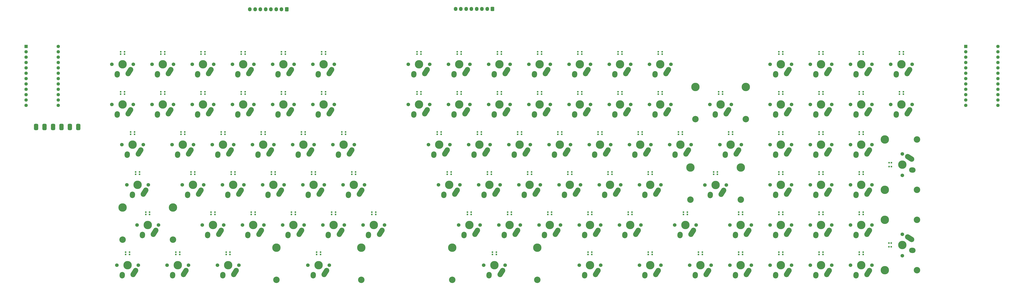
<source format=gts>
%TF.GenerationSoftware,KiCad,Pcbnew,6.0.11-2627ca5db0~126~ubuntu22.04.1*%
%TF.CreationDate,2023-11-06T21:31:54+01:00*%
%TF.ProjectId,pcb,7063622e-6b69-4636-9164-5f7063625858,rev?*%
%TF.SameCoordinates,Original*%
%TF.FileFunction,Soldermask,Top*%
%TF.FilePolarity,Negative*%
%FSLAX46Y46*%
G04 Gerber Fmt 4.6, Leading zero omitted, Abs format (unit mm)*
G04 Created by KiCad (PCBNEW 6.0.11-2627ca5db0~126~ubuntu22.04.1) date 2023-11-06 21:31:54*
%MOMM*%
%LPD*%
G01*
G04 APERTURE LIST*
G04 Aperture macros list*
%AMRoundRect*
0 Rectangle with rounded corners*
0 $1 Rounding radius*
0 $2 $3 $4 $5 $6 $7 $8 $9 X,Y pos of 4 corners*
0 Add a 4 corners polygon primitive as box body*
4,1,4,$2,$3,$4,$5,$6,$7,$8,$9,$2,$3,0*
0 Add four circle primitives for the rounded corners*
1,1,$1+$1,$2,$3*
1,1,$1+$1,$4,$5*
1,1,$1+$1,$6,$7*
1,1,$1+$1,$8,$9*
0 Add four rect primitives between the rounded corners*
20,1,$1+$1,$2,$3,$4,$5,0*
20,1,$1+$1,$4,$5,$6,$7,0*
20,1,$1+$1,$6,$7,$8,$9,0*
20,1,$1+$1,$8,$9,$2,$3,0*%
%AMHorizOval*
0 Thick line with rounded ends*
0 $1 width*
0 $2 $3 position (X,Y) of the first rounded end (center of the circle)*
0 $4 $5 position (X,Y) of the second rounded end (center of the circle)*
0 Add line between two ends*
20,1,$1,$2,$3,$4,$5,0*
0 Add two circle primitives to create the rounded ends*
1,1,$1,$2,$3*
1,1,$1,$4,$5*%
G04 Aperture macros list end*
%ADD10C,3.987800*%
%ADD11C,1.701800*%
%ADD12HorizOval,2.500000X0.604462X0.948815X-0.604462X-0.948815X0*%
%ADD13HorizOval,2.500000X0.019724X0.289328X-0.019724X-0.289328X0*%
%ADD14R,0.700000X0.700000*%
%ADD15C,3.048000*%
%ADD16HorizOval,2.500000X-0.948815X0.604462X0.948815X-0.604462X0*%
%ADD17HorizOval,2.500000X-0.289328X0.019724X0.289328X-0.019724X0*%
%ADD18RoundRect,0.250000X0.600000X0.725000X-0.600000X0.725000X-0.600000X-0.725000X0.600000X-0.725000X0*%
%ADD19O,1.700000X1.950000*%
%ADD20RoundRect,0.500000X-0.500000X-1.000000X0.500000X-1.000000X0.500000X1.000000X-0.500000X1.000000X0*%
%ADD21R,1.600000X1.600000*%
%ADD22C,1.600000*%
G04 APERTURE END LIST*
D10*
%TO.C,K80*%
X197643800Y-363537800D03*
D11*
X192563800Y-363537800D03*
X202723800Y-363537800D03*
D12*
X200898800Y-367057800D03*
D13*
X195123800Y-368327800D03*
%TD*%
D10*
%TO.C,K4*%
X90487500Y-287356550D03*
D11*
X85407500Y-287356550D03*
X95567500Y-287356550D03*
D12*
X93742500Y-290876550D03*
D13*
X87967500Y-292146550D03*
%TD*%
D14*
%TO.C,LED32*%
X58616250Y-377550000D03*
X60446250Y-377550000D03*
X60446250Y-376450000D03*
X58616250Y-376450000D03*
%TD*%
D15*
%TO.C,K75*%
X302387050Y-351556500D03*
D10*
X302387050Y-336316500D03*
D11*
X319405050Y-344571500D03*
D10*
X314325050Y-344571500D03*
D15*
X326263050Y-351556500D03*
D10*
X326263050Y-336316500D03*
D11*
X309245050Y-344571500D03*
D12*
X317580050Y-348091500D03*
D13*
X311805050Y-349361500D03*
%TD*%
D11*
%TO.C,K17*%
X113982500Y-325456550D03*
D10*
X119062500Y-325456550D03*
D11*
X124142500Y-325456550D03*
D12*
X122317500Y-328976550D03*
D13*
X116542500Y-330246550D03*
%TD*%
D11*
%TO.C,K96*%
X369411300Y-382587800D03*
X359251300Y-382587800D03*
D10*
X364331300Y-382587800D03*
D12*
X367586300Y-386107800D03*
D13*
X361811300Y-387377800D03*
%TD*%
D10*
%TO.C,K76*%
X345281300Y-344487800D03*
D11*
X350361300Y-344487800D03*
X340201300Y-344487800D03*
D12*
X348536300Y-348007800D03*
D13*
X342761300Y-349277800D03*
%TD*%
D11*
%TO.C,K8*%
X57467500Y-306406550D03*
X47307500Y-306406550D03*
D10*
X52387500Y-306406550D03*
D12*
X55642500Y-309926550D03*
D13*
X49867500Y-311196550D03*
%TD*%
D14*
%TO.C,LED43*%
X365246300Y-281450000D03*
X363416300Y-281450000D03*
X363416300Y-282550000D03*
X365246300Y-282550000D03*
%TD*%
%TO.C,LED62*%
X260471300Y-319450000D03*
X258641300Y-319450000D03*
X258641300Y-320550000D03*
X260471300Y-320550000D03*
%TD*%
%TO.C,LED14*%
X60997500Y-320550000D03*
X62827500Y-320550000D03*
X62827500Y-319450000D03*
X60997500Y-319450000D03*
%TD*%
D11*
%TO.C,K70*%
X212248800Y-344487800D03*
X202088800Y-344487800D03*
D10*
X207168800Y-344487800D03*
D12*
X210423800Y-348007800D03*
D13*
X204648800Y-349277800D03*
%TD*%
D11*
%TO.C,K93*%
X312261300Y-382587800D03*
D10*
X307181300Y-382587800D03*
D11*
X302101300Y-382587800D03*
D12*
X310436300Y-386107800D03*
D13*
X304661300Y-387377800D03*
%TD*%
D11*
%TO.C,K78*%
X388461300Y-344487800D03*
X378301300Y-344487800D03*
D10*
X383381300Y-344487800D03*
D12*
X386636300Y-348007800D03*
D13*
X380861300Y-349277800D03*
%TD*%
D14*
%TO.C,LED79*%
X397702900Y-335873773D03*
X397702900Y-334043773D03*
X396602900Y-334043773D03*
X396602900Y-335873773D03*
%TD*%
D11*
%TO.C,K92*%
X278288800Y-382587800D03*
D10*
X283368800Y-382587800D03*
D11*
X288448800Y-382587800D03*
D12*
X286623800Y-386107800D03*
D13*
X280848800Y-387377800D03*
%TD*%
D11*
%TO.C,K35*%
X178911300Y-287337800D03*
D10*
X173831300Y-287337800D03*
D11*
X168751300Y-287337800D03*
D12*
X177086300Y-290857800D03*
D13*
X171311300Y-292127800D03*
%TD*%
D14*
%TO.C,LED23*%
X122910000Y-339550000D03*
X124740000Y-339550000D03*
X124740000Y-338450000D03*
X122910000Y-338450000D03*
%TD*%
D11*
%TO.C,K98*%
X402818650Y-367982800D03*
D10*
X394563650Y-385000800D03*
X394563650Y-361124800D03*
D15*
X409803650Y-361124800D03*
X409803650Y-385000800D03*
D11*
X402818650Y-378142800D03*
D10*
X402818650Y-373062800D03*
D16*
X406338650Y-369807800D03*
D17*
X407608650Y-375582800D03*
%TD*%
D11*
%TO.C,K88*%
X359251300Y-363537800D03*
X369411300Y-363537800D03*
D10*
X364331300Y-363537800D03*
D12*
X367586300Y-367057800D03*
D13*
X361811300Y-368327800D03*
%TD*%
D14*
%TO.C,LED51*%
X268166300Y-301550000D03*
X269996300Y-301550000D03*
X269996300Y-300450000D03*
X268166300Y-300450000D03*
%TD*%
%TO.C,LED54*%
X344366300Y-301550000D03*
X346196300Y-301550000D03*
X346196300Y-300450000D03*
X344366300Y-300450000D03*
%TD*%
D11*
%TO.C,K94*%
X331311300Y-382587800D03*
D10*
X326231300Y-382587800D03*
D11*
X321151300Y-382587800D03*
D12*
X329486300Y-386107800D03*
D13*
X323711300Y-387377800D03*
%TD*%
D11*
%TO.C,K54*%
X340201300Y-306387800D03*
D10*
X345281300Y-306387800D03*
D11*
X350361300Y-306387800D03*
D12*
X348536300Y-309907800D03*
D13*
X342761300Y-311177800D03*
%TD*%
D14*
%TO.C,LED26*%
X75285000Y-358550000D03*
X77115000Y-358550000D03*
X77115000Y-357450000D03*
X75285000Y-357450000D03*
%TD*%
%TO.C,LED40*%
X269996300Y-281450000D03*
X268166300Y-281450000D03*
X268166300Y-282550000D03*
X269996300Y-282550000D03*
%TD*%
%TO.C,LED45*%
X403346300Y-281450000D03*
X401516300Y-281450000D03*
X401516300Y-282550000D03*
X403346300Y-282550000D03*
%TD*%
D10*
%TO.C,K16*%
X100012500Y-325456550D03*
D11*
X94932500Y-325456550D03*
X105092500Y-325456550D03*
D12*
X103267500Y-328976550D03*
D13*
X97492500Y-330246550D03*
%TD*%
D14*
%TO.C,LED65*%
X322383800Y-319450000D03*
X320553800Y-319450000D03*
X320553800Y-320550000D03*
X322383800Y-320550000D03*
%TD*%
D10*
%TO.C,K10*%
X90487500Y-306406550D03*
D11*
X85407500Y-306406550D03*
X95567500Y-306406550D03*
D12*
X93742500Y-309926550D03*
D13*
X87967500Y-311196550D03*
%TD*%
D11*
%TO.C,K12*%
X123507500Y-306406550D03*
D10*
X128587500Y-306406550D03*
D11*
X133667500Y-306406550D03*
D12*
X131842500Y-309926550D03*
D13*
X126067500Y-311196550D03*
%TD*%
D10*
%TO.C,K37*%
X211931300Y-287337800D03*
D11*
X217011300Y-287337800D03*
X206851300Y-287337800D03*
D12*
X215186300Y-290857800D03*
D13*
X209411300Y-292127800D03*
%TD*%
D14*
%TO.C,LED15*%
X80047500Y-320550000D03*
X81877500Y-320550000D03*
X81877500Y-319450000D03*
X80047500Y-319450000D03*
%TD*%
D11*
%TO.C,K9*%
X76517500Y-306406550D03*
D10*
X71437500Y-306406550D03*
D11*
X66357500Y-306406550D03*
D12*
X74692500Y-309926550D03*
D13*
X68917500Y-311196550D03*
%TD*%
D14*
%TO.C,LED67*%
X365246300Y-319450000D03*
X363416300Y-319450000D03*
X363416300Y-320550000D03*
X365246300Y-320550000D03*
%TD*%
D10*
%TO.C,K19*%
X40481250Y-344506550D03*
D11*
X35401250Y-344506550D03*
X45561250Y-344506550D03*
D12*
X43736250Y-348026550D03*
D13*
X37961250Y-349296550D03*
%TD*%
D11*
%TO.C,K85*%
X294957550Y-363537800D03*
X305117550Y-363537800D03*
D10*
X300037550Y-363537800D03*
D12*
X303292550Y-367057800D03*
D13*
X297517550Y-368327800D03*
%TD*%
D14*
%TO.C,LED33*%
X82428750Y-377550000D03*
X84258750Y-377550000D03*
X84258750Y-376450000D03*
X82428750Y-376450000D03*
%TD*%
D11*
%TO.C,K33*%
X88423750Y-382606550D03*
D10*
X83343750Y-382606550D03*
D11*
X78263750Y-382606550D03*
D12*
X86598750Y-386126550D03*
D13*
X80823750Y-387396550D03*
%TD*%
D10*
%TO.C,K86*%
X326231300Y-363537800D03*
D11*
X331311300Y-363537800D03*
X321151300Y-363537800D03*
D12*
X329486300Y-367057800D03*
D13*
X323711300Y-368327800D03*
%TD*%
D11*
%TO.C,K95*%
X340201300Y-382587800D03*
X350361300Y-382587800D03*
D10*
X345281300Y-382587800D03*
D12*
X348536300Y-386107800D03*
D13*
X342761300Y-387377800D03*
%TD*%
D11*
%TO.C,K42*%
X340201300Y-287337800D03*
X350361300Y-287337800D03*
D10*
X345281300Y-287337800D03*
D12*
X348536300Y-290857800D03*
D13*
X342761300Y-292127800D03*
%TD*%
D14*
%TO.C,LED12*%
X127672500Y-301550000D03*
X129502500Y-301550000D03*
X129502500Y-300450000D03*
X127672500Y-300450000D03*
%TD*%
%TO.C,LED53*%
X315791300Y-301550000D03*
X317621300Y-301550000D03*
X317621300Y-300450000D03*
X315791300Y-300450000D03*
%TD*%
%TO.C,LED96*%
X363416300Y-377550000D03*
X365246300Y-377550000D03*
X365246300Y-376450000D03*
X363416300Y-376450000D03*
%TD*%
%TO.C,LED46*%
X172916300Y-301550000D03*
X174746300Y-301550000D03*
X174746300Y-300450000D03*
X172916300Y-300450000D03*
%TD*%
D11*
%TO.C,K30*%
X157480000Y-363556550D03*
D10*
X152400000Y-363556550D03*
D11*
X147320000Y-363556550D03*
D12*
X155655000Y-367076550D03*
D13*
X149880000Y-368346550D03*
%TD*%
D14*
%TO.C,LED69*%
X187203800Y-339550000D03*
X189033800Y-339550000D03*
X189033800Y-338450000D03*
X187203800Y-338450000D03*
%TD*%
%TO.C,LED1*%
X32422500Y-282550000D03*
X34252500Y-282550000D03*
X34252500Y-281450000D03*
X32422500Y-281450000D03*
%TD*%
%TO.C,LED3*%
X70522500Y-282550000D03*
X72352500Y-282550000D03*
X72352500Y-281450000D03*
X70522500Y-281450000D03*
%TD*%
%TO.C,LED20*%
X65760000Y-339550000D03*
X67590000Y-339550000D03*
X67590000Y-338450000D03*
X65760000Y-338450000D03*
%TD*%
D11*
%TO.C,K46*%
X178911300Y-306387800D03*
D10*
X173831300Y-306387800D03*
D11*
X168751300Y-306387800D03*
D12*
X177086300Y-309907800D03*
D13*
X171311300Y-311177800D03*
%TD*%
D11*
%TO.C,K5*%
X114617500Y-287356550D03*
D10*
X109537500Y-287356550D03*
D11*
X104457500Y-287356550D03*
D12*
X112792500Y-290876550D03*
D13*
X107017500Y-292146550D03*
%TD*%
D14*
%TO.C,LED80*%
X198558800Y-357450000D03*
X196728800Y-357450000D03*
X196728800Y-358550000D03*
X198558800Y-358550000D03*
%TD*%
D10*
%TO.C,K21*%
X85725000Y-344506550D03*
D11*
X80645000Y-344506550D03*
X90805000Y-344506550D03*
D12*
X88980000Y-348026550D03*
D13*
X83205000Y-349296550D03*
%TD*%
D11*
%TO.C,K28*%
X119380000Y-363556550D03*
D10*
X114300000Y-363556550D03*
D11*
X109220000Y-363556550D03*
D12*
X117555000Y-367076550D03*
D13*
X111780000Y-368346550D03*
%TD*%
D10*
%TO.C,K51*%
X269081300Y-306387800D03*
D11*
X274161300Y-306387800D03*
X264001300Y-306387800D03*
D12*
X272336300Y-309907800D03*
D13*
X266561300Y-311177800D03*
%TD*%
D18*
%TO.C,J1*%
X111137500Y-261262500D03*
D19*
X108637500Y-261262500D03*
X106137500Y-261262500D03*
X103637500Y-261262500D03*
X101137500Y-261262500D03*
X98637500Y-261262500D03*
X96137500Y-261262500D03*
X93637500Y-261262500D03*
%TD*%
D14*
%TO.C,LED11*%
X108622500Y-301550000D03*
X110452500Y-301550000D03*
X110452500Y-300450000D03*
X108622500Y-300450000D03*
%TD*%
%TO.C,LED49*%
X230066300Y-301550000D03*
X231896300Y-301550000D03*
X231896300Y-300450000D03*
X230066300Y-300450000D03*
%TD*%
D11*
%TO.C,K62*%
X264636300Y-325437800D03*
D10*
X259556300Y-325437800D03*
D11*
X254476300Y-325437800D03*
D12*
X262811300Y-328957800D03*
D13*
X257036300Y-330227800D03*
%TD*%
D11*
%TO.C,K72*%
X250348800Y-344487800D03*
D10*
X245268800Y-344487800D03*
D11*
X240188800Y-344487800D03*
D12*
X248523800Y-348007800D03*
D13*
X242748800Y-349277800D03*
%TD*%
D20*
%TO.C,FS1*%
X-7618750Y-317087500D03*
X-3618750Y-317087500D03*
X381250Y-317087500D03*
X4381250Y-317087500D03*
X8381250Y-317087500D03*
X12381250Y-317087500D03*
%TD*%
D11*
%TO.C,K49*%
X236061300Y-306387800D03*
D10*
X230981300Y-306387800D03*
D11*
X225901300Y-306387800D03*
D12*
X234236300Y-309907800D03*
D13*
X228461300Y-311177800D03*
%TD*%
D10*
%TO.C,K60*%
X221456300Y-325437800D03*
D11*
X226536300Y-325437800D03*
X216376300Y-325437800D03*
D12*
X224711300Y-328957800D03*
D13*
X218936300Y-330227800D03*
%TD*%
D14*
%TO.C,LED25*%
X44328750Y-358550000D03*
X46158750Y-358550000D03*
X46158750Y-357450000D03*
X44328750Y-357450000D03*
%TD*%
%TO.C,LED29*%
X132435000Y-358550000D03*
X134265000Y-358550000D03*
X134265000Y-357450000D03*
X132435000Y-357450000D03*
%TD*%
%TO.C,LED98*%
X397550000Y-373915000D03*
X397550000Y-372085000D03*
X396450000Y-372085000D03*
X396450000Y-373915000D03*
%TD*%
%TO.C,LED47*%
X191966300Y-301550000D03*
X193796300Y-301550000D03*
X193796300Y-300450000D03*
X191966300Y-300450000D03*
%TD*%
D10*
%TO.C,K71*%
X226218800Y-344487800D03*
D11*
X221138800Y-344487800D03*
X231298800Y-344487800D03*
D12*
X229473800Y-348007800D03*
D13*
X223698800Y-349277800D03*
%TD*%
D10*
%TO.C,K13*%
X38100000Y-325456550D03*
D11*
X43180000Y-325456550D03*
X33020000Y-325456550D03*
D12*
X41355000Y-328976550D03*
D13*
X35580000Y-330246550D03*
%TD*%
D11*
%TO.C,K50*%
X255111300Y-306387800D03*
X244951300Y-306387800D03*
D10*
X250031300Y-306387800D03*
D12*
X253286300Y-309907800D03*
D13*
X247511300Y-311177800D03*
%TD*%
D10*
%TO.C,K53*%
X316706300Y-306387800D03*
X304768300Y-298132800D03*
D15*
X304768300Y-313372800D03*
D10*
X328644300Y-298132800D03*
D11*
X321786300Y-306387800D03*
D15*
X328644300Y-313372800D03*
D11*
X311626300Y-306387800D03*
D12*
X319961300Y-309907800D03*
D13*
X314186300Y-311177800D03*
%TD*%
D21*
%TO.C,U2*%
X432911300Y-278905000D03*
D22*
X432911300Y-281445000D03*
X432911300Y-283985000D03*
X432911300Y-286525000D03*
X432911300Y-289065000D03*
X432911300Y-291605000D03*
X432911300Y-294145000D03*
X432911300Y-296685000D03*
X432911300Y-299225000D03*
X432911300Y-301765000D03*
X432911300Y-304305000D03*
X432911300Y-306845000D03*
X448151300Y-306845000D03*
X448151300Y-304305000D03*
X448151300Y-301765000D03*
X448151300Y-299225000D03*
X448151300Y-296685000D03*
X448151300Y-294145000D03*
X448151300Y-291605000D03*
X448151300Y-289065000D03*
X448151300Y-286525000D03*
X448151300Y-283985000D03*
X448151300Y-281445000D03*
X448151300Y-278905000D03*
%TD*%
D14*
%TO.C,LED8*%
X51472500Y-301550000D03*
X53302500Y-301550000D03*
X53302500Y-300450000D03*
X51472500Y-300450000D03*
%TD*%
D11*
%TO.C,K34*%
X121126250Y-382606550D03*
D10*
X106206250Y-374351550D03*
D15*
X106206250Y-389591550D03*
D11*
X131286250Y-382606550D03*
D10*
X126206250Y-382606550D03*
X146492250Y-374351550D03*
D15*
X146492250Y-389591550D03*
D12*
X129461250Y-386126550D03*
D13*
X123686250Y-387396550D03*
%TD*%
D14*
%TO.C,LED19*%
X39566250Y-339550000D03*
X41396250Y-339550000D03*
X41396250Y-338450000D03*
X39566250Y-338450000D03*
%TD*%
D21*
%TO.C,U1*%
X-12382500Y-278923750D03*
D22*
X-12382500Y-281463750D03*
X-12382500Y-284003750D03*
X-12382500Y-286543750D03*
X-12382500Y-289083750D03*
X-12382500Y-291623750D03*
X-12382500Y-294163750D03*
X-12382500Y-296703750D03*
X-12382500Y-299243750D03*
X-12382500Y-301783750D03*
X-12382500Y-304323750D03*
X-12382500Y-306863750D03*
X2857500Y-306863750D03*
X2857500Y-304323750D03*
X2857500Y-301783750D03*
X2857500Y-299243750D03*
X2857500Y-296703750D03*
X2857500Y-294163750D03*
X2857500Y-291623750D03*
X2857500Y-289083750D03*
X2857500Y-286543750D03*
X2857500Y-284003750D03*
X2857500Y-281463750D03*
X2857500Y-278923750D03*
%TD*%
D14*
%TO.C,LED93*%
X306266300Y-377550000D03*
X308096300Y-377550000D03*
X308096300Y-376450000D03*
X306266300Y-376450000D03*
%TD*%
D10*
%TO.C,K22*%
X104775000Y-344506550D03*
D11*
X99695000Y-344506550D03*
X109855000Y-344506550D03*
D12*
X108030000Y-348026550D03*
D13*
X102255000Y-349296550D03*
%TD*%
D14*
%TO.C,LED7*%
X32422500Y-301550000D03*
X34252500Y-301550000D03*
X34252500Y-300450000D03*
X32422500Y-300450000D03*
%TD*%
D11*
%TO.C,K57*%
X407511300Y-306387800D03*
D10*
X402431300Y-306387800D03*
D11*
X397351300Y-306387800D03*
D12*
X405686300Y-309907800D03*
D13*
X399911300Y-311177800D03*
%TD*%
D14*
%TO.C,LED41*%
X289046300Y-281450000D03*
X287216300Y-281450000D03*
X287216300Y-282550000D03*
X289046300Y-282550000D03*
%TD*%
D11*
%TO.C,K82*%
X240823800Y-363537800D03*
X230663800Y-363537800D03*
D10*
X235743800Y-363537800D03*
D12*
X238998800Y-367057800D03*
D13*
X233223800Y-368327800D03*
%TD*%
D14*
%TO.C,LED38*%
X231896300Y-281450000D03*
X230066300Y-281450000D03*
X230066300Y-282550000D03*
X231896300Y-282550000D03*
%TD*%
%TO.C,LED60*%
X222371300Y-319450000D03*
X220541300Y-319450000D03*
X220541300Y-320550000D03*
X222371300Y-320550000D03*
%TD*%
%TO.C,LED9*%
X70522500Y-301550000D03*
X72352500Y-301550000D03*
X72352500Y-300450000D03*
X70522500Y-300450000D03*
%TD*%
%TO.C,LED87*%
X346196300Y-357450000D03*
X344366300Y-357450000D03*
X344366300Y-358550000D03*
X346196300Y-358550000D03*
%TD*%
D11*
%TO.C,K23*%
X128905000Y-344506550D03*
X118745000Y-344506550D03*
D10*
X123825000Y-344506550D03*
D12*
X127080000Y-348026550D03*
D13*
X121305000Y-349296550D03*
%TD*%
D11*
%TO.C,K56*%
X378301300Y-306387800D03*
D10*
X383381300Y-306387800D03*
D11*
X388461300Y-306387800D03*
D12*
X386636300Y-309907800D03*
D13*
X380861300Y-311177800D03*
%TD*%
D10*
%TO.C,K65*%
X321468800Y-325437800D03*
D11*
X326548800Y-325437800D03*
X316388800Y-325437800D03*
D12*
X324723800Y-328957800D03*
D13*
X318948800Y-330227800D03*
%TD*%
D14*
%TO.C,LED27*%
X94335000Y-358550000D03*
X96165000Y-358550000D03*
X96165000Y-357450000D03*
X94335000Y-357450000D03*
%TD*%
D11*
%TO.C,K44*%
X388461300Y-287337800D03*
X378301300Y-287337800D03*
D10*
X383381300Y-287337800D03*
D12*
X386636300Y-290857800D03*
D13*
X380861300Y-292127800D03*
%TD*%
D14*
%TO.C,LED4*%
X89572500Y-282550000D03*
X91402500Y-282550000D03*
X91402500Y-281450000D03*
X89572500Y-281450000D03*
%TD*%
%TO.C,LED85*%
X300952550Y-357450000D03*
X299122550Y-357450000D03*
X299122550Y-358550000D03*
X300952550Y-358550000D03*
%TD*%
D11*
%TO.C,K81*%
X211613800Y-363537800D03*
X221773800Y-363537800D03*
D10*
X216693800Y-363537800D03*
D12*
X219948800Y-367057800D03*
D13*
X214173800Y-368327800D03*
%TD*%
D14*
%TO.C,LED42*%
X346196300Y-281450000D03*
X344366300Y-281450000D03*
X344366300Y-282550000D03*
X346196300Y-282550000D03*
%TD*%
D10*
%TO.C,K39*%
X250031300Y-287337800D03*
D11*
X244951300Y-287337800D03*
X255111300Y-287337800D03*
D12*
X253286300Y-290857800D03*
D13*
X247511300Y-292127800D03*
%TD*%
D14*
%TO.C,LED88*%
X365246300Y-357450000D03*
X363416300Y-357450000D03*
X363416300Y-358550000D03*
X365246300Y-358550000D03*
%TD*%
%TO.C,LED81*%
X217608800Y-357450000D03*
X215778800Y-357450000D03*
X215778800Y-358550000D03*
X217608800Y-358550000D03*
%TD*%
D11*
%TO.C,K24*%
X147955000Y-344506550D03*
X137795000Y-344506550D03*
D10*
X142875000Y-344506550D03*
D12*
X146130000Y-348026550D03*
D13*
X140355000Y-349296550D03*
%TD*%
D14*
%TO.C,LED83*%
X255708800Y-357450000D03*
X253878800Y-357450000D03*
X253878800Y-358550000D03*
X255708800Y-358550000D03*
%TD*%
D10*
%TO.C,K3*%
X71437500Y-287356550D03*
D11*
X66357500Y-287356550D03*
X76517500Y-287356550D03*
D12*
X74692500Y-290876550D03*
D13*
X68917500Y-292146550D03*
%TD*%
D10*
%TO.C,K55*%
X364331300Y-306387800D03*
D11*
X369411300Y-306387800D03*
X359251300Y-306387800D03*
D12*
X367586300Y-309907800D03*
D13*
X361811300Y-311177800D03*
%TD*%
D11*
%TO.C,K2*%
X47307500Y-287356550D03*
D10*
X52387500Y-287356550D03*
D11*
X57467500Y-287356550D03*
D12*
X55642500Y-290876550D03*
D13*
X49867500Y-292146550D03*
%TD*%
D14*
%TO.C,LED74*%
X282453800Y-339550000D03*
X284283800Y-339550000D03*
X284283800Y-338450000D03*
X282453800Y-338450000D03*
%TD*%
D10*
%TO.C,K6*%
X128587500Y-287356550D03*
D11*
X133667500Y-287356550D03*
X123507500Y-287356550D03*
D12*
X131842500Y-290876550D03*
D13*
X126067500Y-292146550D03*
%TD*%
D14*
%TO.C,LED31*%
X34803750Y-377550000D03*
X36633750Y-377550000D03*
X36633750Y-376450000D03*
X34803750Y-376450000D03*
%TD*%
D10*
%TO.C,K36*%
X192881300Y-287337800D03*
D11*
X187801300Y-287337800D03*
X197961300Y-287337800D03*
D12*
X196136300Y-290857800D03*
D13*
X190361300Y-292127800D03*
%TD*%
D10*
%TO.C,K84*%
X273843800Y-363537800D03*
D11*
X278923800Y-363537800D03*
X268763800Y-363537800D03*
D12*
X277098800Y-367057800D03*
D13*
X271323800Y-368327800D03*
%TD*%
D14*
%TO.C,LED71*%
X225303800Y-339550000D03*
X227133800Y-339550000D03*
X227133800Y-338450000D03*
X225303800Y-338450000D03*
%TD*%
D11*
%TO.C,K25*%
X40163750Y-363556550D03*
D10*
X57181750Y-355301550D03*
D15*
X33305750Y-370541550D03*
D11*
X50323750Y-363556550D03*
D10*
X33305750Y-355301550D03*
X45243750Y-363556550D03*
D15*
X57181750Y-370541550D03*
D12*
X48498750Y-367076550D03*
D13*
X42723750Y-368346550D03*
%TD*%
D11*
%TO.C,K7*%
X38417500Y-306406550D03*
D10*
X33337500Y-306406550D03*
D11*
X28257500Y-306406550D03*
D12*
X36592500Y-309926550D03*
D13*
X30817500Y-311196550D03*
%TD*%
D14*
%TO.C,LED63*%
X279521300Y-319450000D03*
X277691300Y-319450000D03*
X277691300Y-320550000D03*
X279521300Y-320550000D03*
%TD*%
%TO.C,LED82*%
X236658800Y-357450000D03*
X234828800Y-357450000D03*
X234828800Y-358550000D03*
X236658800Y-358550000D03*
%TD*%
%TO.C,LED35*%
X174746300Y-281450000D03*
X172916300Y-281450000D03*
X172916300Y-282550000D03*
X174746300Y-282550000D03*
%TD*%
%TO.C,LED66*%
X346196300Y-319450000D03*
X344366300Y-319450000D03*
X344366300Y-320550000D03*
X346196300Y-320550000D03*
%TD*%
D11*
%TO.C,K27*%
X100330000Y-363556550D03*
D10*
X95250000Y-363556550D03*
D11*
X90170000Y-363556550D03*
D12*
X98505000Y-367076550D03*
D13*
X92730000Y-368346550D03*
%TD*%
D14*
%TO.C,LED77*%
X363416300Y-339550000D03*
X365246300Y-339550000D03*
X365246300Y-338450000D03*
X363416300Y-338450000D03*
%TD*%
%TO.C,LED34*%
X125291250Y-377550000D03*
X127121250Y-377550000D03*
X127121250Y-376450000D03*
X125291250Y-376450000D03*
%TD*%
D11*
%TO.C,K61*%
X235426300Y-325437800D03*
X245586300Y-325437800D03*
D10*
X240506300Y-325437800D03*
D12*
X243761300Y-328957800D03*
D13*
X237986300Y-330227800D03*
%TD*%
D14*
%TO.C,LED50*%
X249085000Y-301550000D03*
X250915000Y-301550000D03*
X250915000Y-300450000D03*
X249085000Y-300450000D03*
%TD*%
D11*
%TO.C,K69*%
X183038800Y-344487800D03*
D10*
X188118800Y-344487800D03*
D11*
X193198800Y-344487800D03*
D12*
X191373800Y-348007800D03*
D13*
X185598800Y-349277800D03*
%TD*%
D11*
%TO.C,K67*%
X359251300Y-325437800D03*
D10*
X364331300Y-325437800D03*
D11*
X369411300Y-325437800D03*
D12*
X367586300Y-328957800D03*
D13*
X361811300Y-330227800D03*
%TD*%
D14*
%TO.C,LED55*%
X363416300Y-301550000D03*
X365246300Y-301550000D03*
X365246300Y-300450000D03*
X363416300Y-300450000D03*
%TD*%
%TO.C,LED91*%
X253878800Y-377550000D03*
X255708800Y-377550000D03*
X255708800Y-376450000D03*
X253878800Y-376450000D03*
%TD*%
D11*
%TO.C,K26*%
X81280000Y-363556550D03*
D10*
X76200000Y-363556550D03*
D11*
X71120000Y-363556550D03*
D12*
X79455000Y-367076550D03*
D13*
X73680000Y-368346550D03*
%TD*%
D11*
%TO.C,K63*%
X283686300Y-325437800D03*
X273526300Y-325437800D03*
D10*
X278606300Y-325437800D03*
D12*
X281861300Y-328957800D03*
D13*
X276086300Y-330227800D03*
%TD*%
D14*
%TO.C,LED57*%
X401516300Y-301550000D03*
X403346300Y-301550000D03*
X403346300Y-300450000D03*
X401516300Y-300450000D03*
%TD*%
%TO.C,LED28*%
X113385000Y-358550000D03*
X115215000Y-358550000D03*
X115215000Y-357450000D03*
X113385000Y-357450000D03*
%TD*%
D11*
%TO.C,K83*%
X259873800Y-363537800D03*
D10*
X254793800Y-363537800D03*
D11*
X249713800Y-363537800D03*
D12*
X258048800Y-367057800D03*
D13*
X252273800Y-368327800D03*
%TD*%
D14*
%TO.C,LED61*%
X241421300Y-319450000D03*
X239591300Y-319450000D03*
X239591300Y-320550000D03*
X241421300Y-320550000D03*
%TD*%
%TO.C,LED84*%
X274758800Y-357450000D03*
X272928800Y-357450000D03*
X272928800Y-358550000D03*
X274758800Y-358550000D03*
%TD*%
D11*
%TO.C,K32*%
X54451250Y-382606550D03*
D10*
X59531250Y-382606550D03*
D11*
X64611250Y-382606550D03*
D12*
X62786250Y-386126550D03*
D13*
X57011250Y-387396550D03*
%TD*%
D11*
%TO.C,K90*%
X204470050Y-382587800D03*
D15*
X189550050Y-389572800D03*
D10*
X189550050Y-374332800D03*
D15*
X229836050Y-389572800D03*
D10*
X209550050Y-382587800D03*
X229836050Y-374332800D03*
D11*
X214630050Y-382587800D03*
D12*
X212805050Y-386107800D03*
D13*
X207030050Y-387377800D03*
%TD*%
D14*
%TO.C,LED75*%
X313410050Y-339550000D03*
X315240050Y-339550000D03*
X315240050Y-338450000D03*
X313410050Y-338450000D03*
%TD*%
%TO.C,LED21*%
X84810000Y-339550000D03*
X86640000Y-339550000D03*
X86640000Y-338450000D03*
X84810000Y-338450000D03*
%TD*%
%TO.C,LED68*%
X384296300Y-319450000D03*
X382466300Y-319450000D03*
X382466300Y-320550000D03*
X384296300Y-320550000D03*
%TD*%
%TO.C,LED2*%
X51472500Y-282550000D03*
X53302500Y-282550000D03*
X53302500Y-281450000D03*
X51472500Y-281450000D03*
%TD*%
%TO.C,LED78*%
X382466300Y-339550000D03*
X384296300Y-339550000D03*
X384296300Y-338450000D03*
X382466300Y-338450000D03*
%TD*%
D11*
%TO.C,K48*%
X206851300Y-306387800D03*
D10*
X211931300Y-306387800D03*
D11*
X217011300Y-306387800D03*
D12*
X215186300Y-309907800D03*
D13*
X209411300Y-311177800D03*
%TD*%
D14*
%TO.C,LED56*%
X382466300Y-301550000D03*
X384296300Y-301550000D03*
X384296300Y-300450000D03*
X382466300Y-300450000D03*
%TD*%
D10*
%TO.C,K52*%
X288131300Y-306387800D03*
D11*
X293211300Y-306387800D03*
X283051300Y-306387800D03*
D12*
X291386300Y-309907800D03*
D13*
X285611300Y-311177800D03*
%TD*%
D11*
%TO.C,K97*%
X378301300Y-382587800D03*
X388461300Y-382587800D03*
D10*
X383381300Y-382587800D03*
D12*
X386636300Y-386107800D03*
D13*
X380861300Y-387377800D03*
%TD*%
D11*
%TO.C,K89*%
X378301300Y-363537800D03*
X388461300Y-363537800D03*
D10*
X383381300Y-363537800D03*
D12*
X386636300Y-367057800D03*
D13*
X380861300Y-368327800D03*
%TD*%
D10*
%TO.C,K68*%
X383381300Y-325437800D03*
D11*
X388461300Y-325437800D03*
X378301300Y-325437800D03*
D12*
X386636300Y-328957800D03*
D13*
X380861300Y-330227800D03*
%TD*%
D14*
%TO.C,LED39*%
X250915000Y-281450000D03*
X249085000Y-281450000D03*
X249085000Y-282550000D03*
X250915000Y-282550000D03*
%TD*%
%TO.C,LED48*%
X211016300Y-301550000D03*
X212846300Y-301550000D03*
X212846300Y-300450000D03*
X211016300Y-300450000D03*
%TD*%
%TO.C,LED17*%
X118085000Y-320550000D03*
X119915000Y-320550000D03*
X119915000Y-319450000D03*
X118085000Y-319450000D03*
%TD*%
D11*
%TO.C,K91*%
X259873800Y-382587800D03*
D10*
X254793800Y-382587800D03*
D11*
X249713800Y-382587800D03*
D12*
X258048800Y-386107800D03*
D13*
X252273800Y-387377800D03*
%TD*%
D11*
%TO.C,K11*%
X104457500Y-306406550D03*
D10*
X109537500Y-306406550D03*
D11*
X114617500Y-306406550D03*
D12*
X112792500Y-309926550D03*
D13*
X107017500Y-311196550D03*
%TD*%
D11*
%TO.C,K31*%
X40798750Y-382606550D03*
X30638750Y-382606550D03*
D10*
X35718750Y-382606550D03*
D12*
X38973750Y-386126550D03*
D13*
X33198750Y-387396550D03*
%TD*%
D14*
%TO.C,LED59*%
X203321300Y-319450000D03*
X201491300Y-319450000D03*
X201491300Y-320550000D03*
X203321300Y-320550000D03*
%TD*%
%TO.C,LED30*%
X151485000Y-358550000D03*
X153315000Y-358550000D03*
X153315000Y-357450000D03*
X151485000Y-357450000D03*
%TD*%
%TO.C,LED89*%
X384296300Y-357450000D03*
X382466300Y-357450000D03*
X382466300Y-358550000D03*
X384296300Y-358550000D03*
%TD*%
%TO.C,LED18*%
X137197500Y-320550000D03*
X139027500Y-320550000D03*
X139027500Y-319450000D03*
X137197500Y-319450000D03*
%TD*%
%TO.C,LED95*%
X344366300Y-377550000D03*
X346196300Y-377550000D03*
X346196300Y-376450000D03*
X344366300Y-376450000D03*
%TD*%
%TO.C,LED5*%
X108622500Y-282550000D03*
X110452500Y-282550000D03*
X110452500Y-281450000D03*
X108622500Y-281450000D03*
%TD*%
D10*
%TO.C,K59*%
X202406300Y-325437800D03*
D11*
X207486300Y-325437800D03*
X197326300Y-325437800D03*
D12*
X205661300Y-328957800D03*
D13*
X199886300Y-330227800D03*
%TD*%
D11*
%TO.C,K47*%
X197961300Y-306387800D03*
D10*
X192881300Y-306387800D03*
D11*
X187801300Y-306387800D03*
D12*
X196136300Y-309907800D03*
D13*
X190361300Y-311177800D03*
%TD*%
D14*
%TO.C,LED86*%
X327146300Y-357450000D03*
X325316300Y-357450000D03*
X325316300Y-358550000D03*
X327146300Y-358550000D03*
%TD*%
%TO.C,LED22*%
X103860000Y-339550000D03*
X105690000Y-339550000D03*
X105690000Y-338450000D03*
X103860000Y-338450000D03*
%TD*%
D11*
%TO.C,K64*%
X292576300Y-325437800D03*
X302736300Y-325437800D03*
D10*
X297656300Y-325437800D03*
D12*
X300911300Y-328957800D03*
D13*
X295136300Y-330227800D03*
%TD*%
D14*
%TO.C,LED64*%
X298571300Y-319450000D03*
X296741300Y-319450000D03*
X296741300Y-320550000D03*
X298571300Y-320550000D03*
%TD*%
%TO.C,LED94*%
X325316300Y-377550000D03*
X327146300Y-377550000D03*
X327146300Y-376450000D03*
X325316300Y-376450000D03*
%TD*%
%TO.C,LED16*%
X99085000Y-320550000D03*
X100915000Y-320550000D03*
X100915000Y-319450000D03*
X99085000Y-319450000D03*
%TD*%
D11*
%TO.C,K20*%
X61595000Y-344506550D03*
D10*
X66675000Y-344506550D03*
D11*
X71755000Y-344506550D03*
D12*
X69930000Y-348026550D03*
D13*
X64155000Y-349296550D03*
%TD*%
D11*
%TO.C,K73*%
X269398800Y-344487800D03*
X259238800Y-344487800D03*
D10*
X264318800Y-344487800D03*
D12*
X267573800Y-348007800D03*
D13*
X261798800Y-349277800D03*
%TD*%
D14*
%TO.C,LED44*%
X384296300Y-281450000D03*
X382466300Y-281450000D03*
X382466300Y-282550000D03*
X384296300Y-282550000D03*
%TD*%
%TO.C,LED97*%
X382466300Y-377550000D03*
X384296300Y-377550000D03*
X384296300Y-376450000D03*
X382466300Y-376450000D03*
%TD*%
D11*
%TO.C,K41*%
X293211300Y-287337800D03*
D10*
X288131300Y-287337800D03*
D11*
X283051300Y-287337800D03*
D12*
X291386300Y-290857800D03*
D13*
X285611300Y-292127800D03*
%TD*%
D11*
%TO.C,K38*%
X225901300Y-287337800D03*
X236061300Y-287337800D03*
D10*
X230981300Y-287337800D03*
D12*
X234236300Y-290857800D03*
D13*
X228461300Y-292127800D03*
%TD*%
D14*
%TO.C,LED72*%
X244353800Y-339550000D03*
X246183800Y-339550000D03*
X246183800Y-338450000D03*
X244353800Y-338450000D03*
%TD*%
%TO.C,LED58*%
X184271300Y-319450000D03*
X182441300Y-319450000D03*
X182441300Y-320550000D03*
X184271300Y-320550000D03*
%TD*%
D10*
%TO.C,K58*%
X183356300Y-325437800D03*
D11*
X178276300Y-325437800D03*
X188436300Y-325437800D03*
D12*
X186611300Y-328957800D03*
D13*
X180836300Y-330227800D03*
%TD*%
D11*
%TO.C,K66*%
X350361300Y-325437800D03*
D10*
X345281300Y-325437800D03*
D11*
X340201300Y-325437800D03*
D12*
X348536300Y-328957800D03*
D13*
X342761300Y-330227800D03*
%TD*%
D10*
%TO.C,K15*%
X80962500Y-325456550D03*
D11*
X75882500Y-325456550D03*
X86042500Y-325456550D03*
D12*
X84217500Y-328976550D03*
D13*
X78442500Y-330246550D03*
%TD*%
D14*
%TO.C,LED24*%
X141960000Y-339550000D03*
X143790000Y-339550000D03*
X143790000Y-338450000D03*
X141960000Y-338450000D03*
%TD*%
%TO.C,LED73*%
X263403800Y-339550000D03*
X265233800Y-339550000D03*
X265233800Y-338450000D03*
X263403800Y-338450000D03*
%TD*%
D10*
%TO.C,K1*%
X33337500Y-287356550D03*
D11*
X38417500Y-287356550D03*
X28257500Y-287356550D03*
D12*
X36592500Y-290876550D03*
D13*
X30817500Y-292146550D03*
%TD*%
D10*
%TO.C,K40*%
X269081300Y-287337800D03*
D11*
X264001300Y-287337800D03*
X274161300Y-287337800D03*
D12*
X272336300Y-290857800D03*
D13*
X266561300Y-292127800D03*
%TD*%
D14*
%TO.C,LED13*%
X37185000Y-320550000D03*
X39015000Y-320550000D03*
X39015000Y-319450000D03*
X37185000Y-319450000D03*
%TD*%
%TO.C,LED92*%
X282453800Y-377550000D03*
X284283800Y-377550000D03*
X284283800Y-376450000D03*
X282453800Y-376450000D03*
%TD*%
%TO.C,LED70*%
X206253800Y-339550000D03*
X208083800Y-339550000D03*
X208083800Y-338450000D03*
X206253800Y-338450000D03*
%TD*%
D18*
%TO.C,J2*%
X208637550Y-261143750D03*
D19*
X206137550Y-261143750D03*
X203637550Y-261143750D03*
X201137550Y-261143750D03*
X198637550Y-261143750D03*
X196137550Y-261143750D03*
X193637550Y-261143750D03*
X191137550Y-261143750D03*
%TD*%
D14*
%TO.C,LED6*%
X127672500Y-282550000D03*
X129502500Y-282550000D03*
X129502500Y-281450000D03*
X127672500Y-281450000D03*
%TD*%
D11*
%TO.C,K74*%
X288448800Y-344487800D03*
X278288800Y-344487800D03*
D10*
X283368800Y-344487800D03*
D12*
X286623800Y-348007800D03*
D13*
X280848800Y-349277800D03*
%TD*%
D11*
%TO.C,K29*%
X128270000Y-363556550D03*
X138430000Y-363556550D03*
D10*
X133350000Y-363556550D03*
D12*
X136605000Y-367076550D03*
D13*
X130830000Y-368346550D03*
%TD*%
D11*
%TO.C,K14*%
X66992500Y-325456550D03*
X56832500Y-325456550D03*
D10*
X61912500Y-325456550D03*
D12*
X65167500Y-328976550D03*
D13*
X59392500Y-330246550D03*
%TD*%
D14*
%TO.C,LED10*%
X89572500Y-301550000D03*
X91402500Y-301550000D03*
X91402500Y-300450000D03*
X89572500Y-300450000D03*
%TD*%
D11*
%TO.C,K43*%
X359251300Y-287337800D03*
X369411300Y-287337800D03*
D10*
X364331300Y-287337800D03*
D12*
X367586300Y-290857800D03*
D13*
X361811300Y-292127800D03*
%TD*%
D14*
%TO.C,LED52*%
X287216300Y-301550000D03*
X289046300Y-301550000D03*
X289046300Y-300450000D03*
X287216300Y-300450000D03*
%TD*%
D11*
%TO.C,K79*%
X402818650Y-340042800D03*
D10*
X402818650Y-334962800D03*
D15*
X409803650Y-323024800D03*
D11*
X402818650Y-329882800D03*
D15*
X409803650Y-346900800D03*
D10*
X394563650Y-346900800D03*
X394563650Y-323024800D03*
D16*
X406338650Y-331707800D03*
D17*
X407608650Y-337482800D03*
%TD*%
D14*
%TO.C,LED76*%
X344366300Y-339550000D03*
X346196300Y-339550000D03*
X346196300Y-338450000D03*
X344366300Y-338450000D03*
%TD*%
D11*
%TO.C,K77*%
X369411300Y-344487800D03*
D10*
X364331300Y-344487800D03*
D11*
X359251300Y-344487800D03*
D12*
X367586300Y-348007800D03*
D13*
X361811300Y-349277800D03*
%TD*%
D11*
%TO.C,K45*%
X407511300Y-287337800D03*
X397351300Y-287337800D03*
D10*
X402431300Y-287337800D03*
D12*
X405686300Y-290857800D03*
D13*
X399911300Y-292127800D03*
%TD*%
D14*
%TO.C,LED36*%
X193796300Y-281450000D03*
X191966300Y-281450000D03*
X191966300Y-282550000D03*
X193796300Y-282550000D03*
%TD*%
%TO.C,LED37*%
X212846300Y-281450000D03*
X211016300Y-281450000D03*
X211016300Y-282550000D03*
X212846300Y-282550000D03*
%TD*%
D10*
%TO.C,K87*%
X345281300Y-363537800D03*
D11*
X350361300Y-363537800D03*
X340201300Y-363537800D03*
D12*
X348536300Y-367057800D03*
D13*
X342761300Y-368327800D03*
%TD*%
D14*
%TO.C,LED90*%
X208635050Y-377550000D03*
X210465050Y-377550000D03*
X210465050Y-376450000D03*
X208635050Y-376450000D03*
%TD*%
D10*
%TO.C,K18*%
X138112500Y-325456550D03*
D11*
X133032500Y-325456550D03*
X143192500Y-325456550D03*
D12*
X141367500Y-328976550D03*
D13*
X135592500Y-330246550D03*
%TD*%
M02*

</source>
